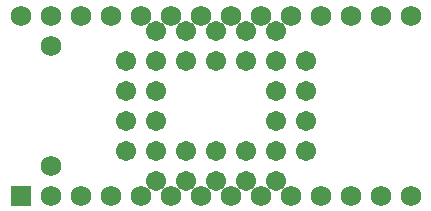
<source format=gbs>
G04 (created by PCBNEW (2013-jun-18)-testing) date Sun 14 Jul 2013 06:49:30 PM EEST*
%MOIN*%
G04 Gerber Fmt 3.4, Leading zero omitted, Abs format*
%FSLAX34Y34*%
G01*
G70*
G90*
G04 APERTURE LIST*
%ADD10C,0.005906*%
%ADD11C,0.069024*%
%ADD12R,0.069024X0.069024*%
%ADD13C,0.067055*%
G04 APERTURE END LIST*
G54D10*
G54D11*
X1750Y1750D03*
X1750Y5750D03*
G54D12*
X750Y750D03*
G54D11*
X1750Y750D03*
X2750Y750D03*
X3750Y750D03*
X4750Y750D03*
X5750Y750D03*
X6750Y750D03*
X7750Y750D03*
X8750Y750D03*
X9750Y750D03*
X10750Y750D03*
X11750Y750D03*
X12750Y750D03*
X13750Y750D03*
X13750Y6750D03*
X12750Y6750D03*
X11750Y6750D03*
X10750Y6750D03*
X9750Y6750D03*
X8750Y6750D03*
X7750Y6750D03*
X6750Y6750D03*
X5750Y6750D03*
X4750Y6750D03*
X3750Y6750D03*
X2750Y6750D03*
X1750Y6750D03*
X750Y6750D03*
G54D13*
X4250Y3250D03*
X5250Y4250D03*
X5250Y3250D03*
X4250Y2250D03*
X5250Y1250D03*
X5250Y2250D03*
X6250Y1250D03*
X6250Y2250D03*
X7250Y1250D03*
X7250Y2250D03*
X8250Y1250D03*
X8250Y2250D03*
X9250Y1250D03*
X10250Y2250D03*
X9250Y2250D03*
X10250Y3250D03*
X9250Y3250D03*
X10250Y4250D03*
X9250Y4250D03*
X10250Y5250D03*
X9250Y6250D03*
X9250Y5250D03*
X8250Y6250D03*
X8250Y5250D03*
X7250Y6250D03*
X7250Y5250D03*
X6250Y6250D03*
X4250Y4250D03*
X6250Y5250D03*
X5250Y6250D03*
X4250Y5250D03*
X5250Y5250D03*
M02*

</source>
